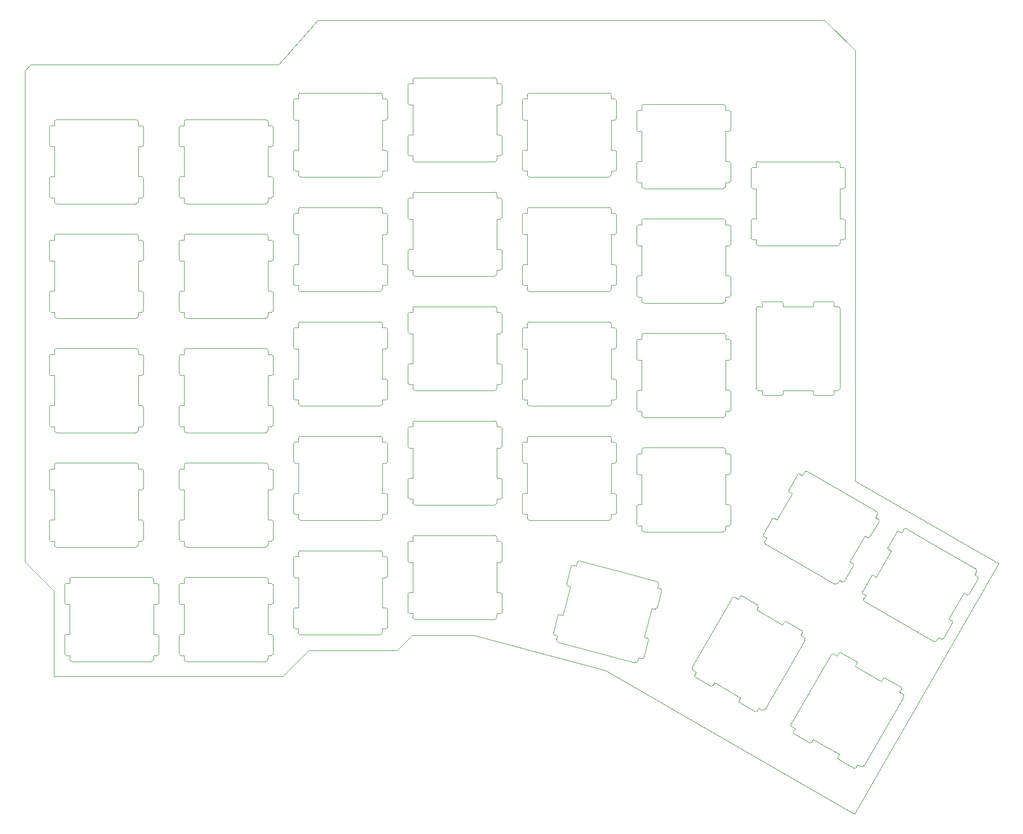
<source format=gm1>
G04 #@! TF.GenerationSoftware,KiCad,Pcbnew,(5.1.5)-3*
G04 #@! TF.CreationDate,2020-05-13T01:52:57+04:00*
G04 #@! TF.ProjectId,redox_rev2_ng-TOP,7265646f-785f-4726-9576-325f6e672d54,2.0 NG*
G04 #@! TF.SameCoordinates,Original*
G04 #@! TF.FileFunction,Profile,NP*
%FSLAX46Y46*%
G04 Gerber Fmt 4.6, Leading zero omitted, Abs format (unit mm)*
G04 Created by KiCad (PCBNEW (5.1.5)-3) date 2020-05-13 01:52:57*
%MOMM*%
%LPD*%
G04 APERTURE LIST*
%ADD10C,0.100000*%
%ADD11C,0.110000*%
G04 APERTURE END LIST*
D10*
X190809234Y-151352177D02*
X191328849Y-151652177D01*
X191028845Y-152171792D02*
X191328849Y-151652177D01*
X209387179Y-146374232D02*
X202787177Y-157805766D01*
X208721151Y-145527823D02*
X209240766Y-145827823D01*
X197262819Y-139374230D02*
G75*
G02X197809232Y-139227821I346411J-200002D01*
G01*
X209240770Y-145827819D02*
G75*
G02X209387179Y-146374232I-200002J-346411D01*
G01*
X197262823Y-139374234D02*
X190662821Y-150805768D01*
X190809230Y-151352181D02*
G75*
G02X190662821Y-150805768I200002J346411D01*
G01*
X198328847Y-139527822D02*
X198628850Y-139008207D01*
X208721151Y-145527823D02*
X209021155Y-145008208D01*
X197809232Y-139227821D02*
X198328847Y-139527822D01*
X194059938Y-153921792D02*
X194359936Y-153402178D01*
X198390066Y-156421795D02*
X198690064Y-155902178D01*
X201721153Y-157652178D02*
X202240768Y-157952179D01*
X202787181Y-157805770D02*
G75*
G02X202240768Y-157952179I-346411J200002D01*
G01*
X201421150Y-158171793D02*
X201721153Y-157652178D01*
X191102052Y-152444999D02*
X193786732Y-153994999D01*
X201359936Y-141277822D02*
X205690064Y-143777822D01*
X208947948Y-144735001D02*
X206263268Y-143185001D01*
X198463269Y-156694995D02*
X201147947Y-158244997D01*
X201659934Y-140758205D02*
X201359936Y-141277822D01*
X205990062Y-143258209D02*
G75*
G02X206263268Y-143185001I173207J-99999D01*
G01*
X191102052Y-152444999D02*
G75*
G02X191028845Y-152171792I100000J173207D01*
G01*
X201586731Y-140485005D02*
X198902053Y-138935003D01*
X208947948Y-144735001D02*
G75*
G02X209021155Y-145008208I-100000J-173207D01*
G01*
X198628849Y-139008207D02*
G75*
G02X198902053Y-138935003I173204J-100000D01*
G01*
X194059938Y-153921791D02*
G75*
G02X193786732Y-153994999I-173207J99999D01*
G01*
X201586732Y-140485003D02*
G75*
G02X201659934Y-140758205I-100000J-173202D01*
G01*
X205990062Y-143258208D02*
X205690064Y-143777822D01*
X194359936Y-153402178D02*
X198690064Y-155902178D01*
X198463268Y-156694997D02*
G75*
G02X198390066Y-156421795I100000J173202D01*
G01*
X201421151Y-158171793D02*
G75*
G02X201147947Y-158244997I-173204J100000D01*
G01*
X207264239Y-160781927D02*
X207783853Y-161081926D01*
X207483856Y-161601545D02*
X207783853Y-161081926D01*
X225842186Y-155803984D02*
X219242184Y-167235519D01*
X225176161Y-154957572D02*
X225695773Y-155257573D01*
X213717829Y-148803978D02*
G75*
G02X214264243Y-148657574I346409J-200005D01*
G01*
X225695775Y-155257575D02*
G75*
G02X225842186Y-155803984I-199999J-346410D01*
G01*
X213717828Y-148803981D02*
X207117831Y-160235518D01*
X207264238Y-160781929D02*
G75*
G02X207117831Y-160235518I200002J346409D01*
G01*
X214783858Y-148957573D02*
X215083855Y-148437955D01*
X225176161Y-154957572D02*
X225476160Y-154437956D01*
X214264243Y-148657574D02*
X214783858Y-148957573D01*
X210514943Y-163351544D02*
X210814946Y-162831926D01*
X214845071Y-165851542D02*
X215145070Y-165331925D01*
X218176159Y-167081928D02*
X218695775Y-167381930D01*
X219242180Y-167235519D02*
G75*
G02X218695775Y-167381930I-346408J199997D01*
G01*
X217876159Y-167601544D02*
X218176159Y-167081928D01*
X207557059Y-161874750D02*
X210241739Y-163424747D01*
X217814945Y-150707570D02*
X222145073Y-153207568D01*
X225402957Y-154164753D02*
X222718275Y-152614751D01*
X214918277Y-166124748D02*
X217602954Y-167674749D01*
X218114944Y-150187955D02*
X217814945Y-150707570D01*
X222445072Y-152687960D02*
G75*
G02X222718275Y-152614751I173206J-99997D01*
G01*
X207557063Y-161874746D02*
G75*
G02X207483856Y-161601545I99997J173204D01*
G01*
X218041738Y-149914750D02*
X215357057Y-148364752D01*
X225402953Y-154164753D02*
G75*
G02X225476160Y-154437956I-99998J-173205D01*
G01*
X215083857Y-148437964D02*
G75*
G02X215357057Y-148364752I173206J-99994D01*
G01*
X210514942Y-163351538D02*
G75*
G02X210241739Y-163424747I-173206J99997D01*
G01*
X218041740Y-149914755D02*
G75*
G02X218114944Y-150187955I-99998J-173202D01*
G01*
X222445070Y-152687959D02*
X222145073Y-153207568D01*
X210814946Y-162831926D02*
X215145070Y-165331925D01*
X214918274Y-166124745D02*
G75*
G02X214845071Y-165851542I100000J173203D01*
G01*
X217876158Y-167601543D02*
G75*
G02X217602954Y-167674749I-173205J99999D01*
G01*
X231362178Y-146375767D02*
X231662178Y-145856151D01*
X232181793Y-146156153D02*
X231662178Y-145856151D01*
X226384233Y-127797822D02*
X237815767Y-134397822D01*
X225537822Y-128463849D02*
X225837822Y-127944233D01*
X219384230Y-139922179D02*
G75*
G02X219237822Y-139375767I200002J346410D01*
G01*
X225837821Y-127944230D02*
G75*
G02X226384233Y-127797822I346410J-200002D01*
G01*
X219384233Y-139922178D02*
X230815767Y-146522178D01*
X231362179Y-146375770D02*
G75*
G02X230815767Y-146522178I-346410J200002D01*
G01*
X219537822Y-138856152D02*
X219018207Y-138556152D01*
X225537822Y-128463849D02*
X225018207Y-128163847D01*
X219237822Y-139375767D02*
X219537822Y-138856152D01*
X233931793Y-143125063D02*
X233412178Y-142825064D01*
X236431793Y-138794936D02*
X235912178Y-138494936D01*
X237662178Y-135463848D02*
X237962178Y-134944233D01*
X237815770Y-134397821D02*
G75*
G02X237962178Y-134944233I-200002J-346410D01*
G01*
X238181793Y-135763848D02*
X237662178Y-135463848D01*
X232454998Y-146082948D02*
X234004998Y-143398268D01*
X221287822Y-135825064D02*
X223787822Y-131494936D01*
X224745002Y-128237052D02*
X223195002Y-130921732D01*
X236704997Y-138721731D02*
X238254998Y-136037052D01*
X220768207Y-135525064D02*
X221287822Y-135825064D01*
X223268208Y-131194936D02*
G75*
G02X223195002Y-130921732I99999J173205D01*
G01*
X232454998Y-146082946D02*
G75*
G02X232181793Y-146156153I-173206J99999D01*
G01*
X220495003Y-135598269D02*
X218945002Y-138282948D01*
X224745002Y-128237054D02*
G75*
G02X225018207Y-128163847I173206J-99999D01*
G01*
X219018209Y-138556153D02*
G75*
G02X218945002Y-138282948I99999J173206D01*
G01*
X233931792Y-143125064D02*
G75*
G02X234004998Y-143398268I-99999J-173205D01*
G01*
X220495002Y-135598267D02*
G75*
G02X220768207Y-135525064I173204J-100001D01*
G01*
X223268207Y-131194937D02*
X223787822Y-131494936D01*
X233412178Y-142825064D02*
X235912178Y-138494936D01*
X236704998Y-138721733D02*
G75*
G02X236431793Y-138794936I-173204J100001D01*
G01*
X238181791Y-135763847D02*
G75*
G02X238254998Y-136037052I-99999J-173206D01*
G01*
X214852178Y-136850767D02*
X215152178Y-136331151D01*
X215671793Y-136631153D02*
X215152178Y-136331151D01*
X209874233Y-118272822D02*
X221305767Y-124872822D01*
X209027822Y-118938849D02*
X209327822Y-118419233D01*
X202874230Y-130397179D02*
G75*
G02X202727822Y-129850767I200002J346410D01*
G01*
X209327821Y-118419230D02*
G75*
G02X209874233Y-118272822I346410J-200002D01*
G01*
X202874233Y-130397178D02*
X214305767Y-136997178D01*
X214852179Y-136850770D02*
G75*
G02X214305767Y-136997178I-346410J200002D01*
G01*
X203027822Y-129331152D02*
X202508207Y-129031152D01*
X209027822Y-118938849D02*
X208508207Y-118638847D01*
X202727822Y-129850767D02*
X203027822Y-129331152D01*
X217421793Y-133600063D02*
X216902178Y-133300064D01*
X219921793Y-129269936D02*
X219402178Y-128969936D01*
X221152178Y-125938848D02*
X221452178Y-125419233D01*
X221305770Y-124872821D02*
G75*
G02X221452178Y-125419233I-200002J-346410D01*
G01*
X221671793Y-126238848D02*
X221152178Y-125938848D01*
X215944998Y-136557948D02*
X217494998Y-133873268D01*
X204777822Y-126300064D02*
X207277822Y-121969936D01*
X208235002Y-118712052D02*
X206685002Y-121396732D01*
X220194997Y-129196731D02*
X221744998Y-126512052D01*
X204258207Y-126000064D02*
X204777822Y-126300064D01*
X206758208Y-121669936D02*
G75*
G02X206685002Y-121396732I99999J173205D01*
G01*
X215944998Y-136557946D02*
G75*
G02X215671793Y-136631153I-173206J99999D01*
G01*
X203985003Y-126073269D02*
X202435002Y-128757948D01*
X208235002Y-118712054D02*
G75*
G02X208508207Y-118638847I173206J-99999D01*
G01*
X202508209Y-129031153D02*
G75*
G02X202435002Y-128757948I99999J173206D01*
G01*
X217421792Y-133600064D02*
G75*
G02X217494998Y-133873268I-99999J-173205D01*
G01*
X203985002Y-126073267D02*
G75*
G02X204258207Y-126000064I173204J-100001D01*
G01*
X206758207Y-121669937D02*
X207277822Y-121969936D01*
X216902178Y-133300064D02*
X219402178Y-128969936D01*
X220194998Y-129196733D02*
G75*
G02X219921793Y-129269936I-173204J100001D01*
G01*
X221671791Y-126238847D02*
G75*
G02X221744998Y-126512052I-99999J-173206D01*
G01*
X201680000Y-104789999D02*
X202280000Y-104789999D01*
X202279998Y-105390001D02*
X202280000Y-104789999D01*
X215280000Y-91189999D02*
X215279999Y-104390000D01*
X214280000Y-90790001D02*
X214880000Y-90790001D01*
X201279999Y-91190000D02*
G75*
G02X201679999Y-90790000I400000J0D01*
G01*
X214880000Y-90789999D02*
G75*
G02X215280000Y-91189999I0J-400000D01*
G01*
X201280001Y-91190000D02*
X201280000Y-104390001D01*
X201680000Y-104790001D02*
G75*
G02X201280000Y-104390001I0J400000D01*
G01*
X202279999Y-90790000D02*
X202280001Y-90189999D01*
X214280000Y-90790001D02*
X214280002Y-90189999D01*
X201679999Y-90790000D02*
X202279999Y-90790000D01*
X205780000Y-105389999D02*
X205780000Y-104790000D01*
X210780002Y-105390001D02*
X210780000Y-104789999D01*
X214280001Y-104790000D02*
X214880001Y-104790000D01*
X215280001Y-104390000D02*
G75*
G02X214880001Y-104790000I-400000J0D01*
G01*
X214279999Y-105390001D02*
X214280001Y-104790000D01*
X202480000Y-105590001D02*
X205580001Y-105590001D01*
X205780000Y-90790001D02*
X210780000Y-90790000D01*
X214080000Y-89989999D02*
X210979999Y-89989999D01*
X210980000Y-105589998D02*
X214079999Y-105590000D01*
X205779998Y-90189999D02*
X205780000Y-90790001D01*
X210779998Y-90190002D02*
G75*
G02X210979999Y-89989999I200002J1D01*
G01*
X202480000Y-105590001D02*
G75*
G02X202279998Y-105390001I-1J200001D01*
G01*
X205580000Y-89990002D02*
X202480001Y-89990000D01*
X214080000Y-89989999D02*
G75*
G02X214280002Y-90189999I1J-200001D01*
G01*
X202280001Y-90189998D02*
G75*
G02X202480001Y-89990000I199999J-1D01*
G01*
X205780002Y-105389998D02*
G75*
G02X205580001Y-105590001I-200002J-1D01*
G01*
X205580000Y-89990001D02*
G75*
G02X205779998Y-90189999I0J-199998D01*
G01*
X210780000Y-90190001D02*
X210780000Y-90790000D01*
X205780000Y-104790000D02*
X210780000Y-104789999D01*
X210980000Y-105589999D02*
G75*
G02X210780002Y-105390001I0J199998D01*
G01*
X214279999Y-105390002D02*
G75*
G02X214079999Y-105590000I-199999J1D01*
G01*
X181583275Y-149791843D02*
X181738566Y-149212287D01*
X182318122Y-149367580D02*
X181738566Y-149212287D01*
X171966623Y-133135314D02*
X184716843Y-136551725D01*
X171321434Y-133997713D02*
X171476725Y-133418157D01*
X168343156Y-146658275D02*
G75*
G02X168060314Y-146168377I103528J386370D01*
G01*
X171476725Y-133418156D02*
G75*
G02X171966623Y-133135314I386370J-103528D01*
G01*
X168343157Y-146658275D02*
X181093377Y-150074686D01*
X181583275Y-149791844D02*
G75*
G02X181093377Y-150074686I-386370J103528D01*
G01*
X168215605Y-145588821D02*
X167636049Y-145433531D01*
X171321434Y-133997713D02*
X170741878Y-133842420D01*
X168060314Y-146168377D02*
X168215605Y-145588821D01*
X183223988Y-145986839D02*
X182644433Y-145831548D01*
X184518084Y-141157210D02*
X183938529Y-141001918D01*
X184844395Y-137621179D02*
X184999686Y-137041623D01*
X184716844Y-136551725D02*
G75*
G02X184999686Y-137041623I-103528J-386370D01*
G01*
X185423951Y-137776469D02*
X184844395Y-137621179D01*
X182563071Y-149226159D02*
X183365410Y-146231788D01*
X169121471Y-142208082D02*
X170415567Y-137378452D01*
X170496929Y-133983841D02*
X169694590Y-136978212D01*
X184763032Y-141015789D02*
X185565372Y-138021419D01*
X168541916Y-142052790D02*
X169121471Y-142208082D01*
X169836011Y-137223161D02*
G75*
G02X169694590Y-136978212I51764J193185D01*
G01*
X182563071Y-149226157D02*
G75*
G02X182318122Y-149367580I-193186J51763D01*
G01*
X168296968Y-142194211D02*
X167494628Y-145188581D01*
X170496929Y-133983843D02*
G75*
G02X170741878Y-133842420I193186J-51763D01*
G01*
X167636050Y-145433531D02*
G75*
G02X167494628Y-145188581I51764J193186D01*
G01*
X183223989Y-145986839D02*
G75*
G02X183365410Y-146231788I-51764J-193185D01*
G01*
X168296967Y-142194211D02*
G75*
G02X168541916Y-142052790I193185J-51764D01*
G01*
X169836012Y-137223161D02*
X170415567Y-137378452D01*
X182644433Y-145831548D02*
X183938529Y-141001918D01*
X184763033Y-141015789D02*
G75*
G02X184518084Y-141157210I-193185J51764D01*
G01*
X185423950Y-137776469D02*
G75*
G02X185565372Y-138021419I-51764J-193186D01*
G01*
X201280000Y-76160000D02*
X201280000Y-71160000D01*
X215880000Y-67660000D02*
X215280000Y-67660000D01*
X200680000Y-76160000D02*
X201280000Y-76160000D01*
X201680000Y-80660000D02*
X214880000Y-80660000D01*
X215280000Y-67660000D02*
X215280000Y-67060000D01*
X201280000Y-79660000D02*
X200680000Y-79660000D01*
X216080000Y-70960000D02*
G75*
G02X215880000Y-71160000I-200000J0D01*
G01*
X200480000Y-76360000D02*
X200480000Y-79460000D01*
X215280000Y-80260000D02*
X215280000Y-79660000D01*
X216080000Y-79460000D02*
X216080000Y-76360000D01*
X215880000Y-71160000D02*
X215280000Y-71160000D01*
X201280000Y-67060000D02*
G75*
G02X201680000Y-66660000I400000J0D01*
G01*
X200680000Y-71160000D02*
G75*
G02X200480000Y-70960000I0J200000D01*
G01*
X215280000Y-80260000D02*
G75*
G02X214880000Y-80660000I-400000J0D01*
G01*
X201280000Y-67660000D02*
X200680000Y-67660000D01*
X215880000Y-67660000D02*
G75*
G02X216080000Y-67860000I0J-200000D01*
G01*
X215280000Y-76160000D02*
X215280000Y-71160000D01*
X201680000Y-80660000D02*
G75*
G02X201280000Y-80260000I0J400000D01*
G01*
X215880000Y-76160000D02*
G75*
G02X216080000Y-76360000I0J-200000D01*
G01*
X200680000Y-79660000D02*
G75*
G02X200480000Y-79460000I0J200000D01*
G01*
X201280000Y-80260000D02*
X201280000Y-79660000D01*
X200480000Y-67860000D02*
X200480000Y-70960000D01*
X200480000Y-67860000D02*
G75*
G02X200680000Y-67660000I200000J0D01*
G01*
X216080000Y-79460000D02*
G75*
G02X215880000Y-79660000I-200000J0D01*
G01*
X216080000Y-70960000D02*
X216080000Y-67860000D01*
X215880000Y-76160000D02*
X215280000Y-76160000D01*
X201680000Y-66660000D02*
X214880000Y-66660000D01*
X214880000Y-66660000D02*
G75*
G02X215280000Y-67060000I0J-400000D01*
G01*
X215880000Y-79660000D02*
X215280000Y-79660000D01*
X201280000Y-67660000D02*
X201280000Y-67060000D01*
X200680000Y-71160000D02*
X201280000Y-71160000D01*
X200480000Y-76360000D02*
G75*
G02X200680000Y-76160000I200000J0D01*
G01*
X181630000Y-118785000D02*
X182230000Y-118785000D01*
X181430000Y-115485000D02*
G75*
G02X181630000Y-115285000I200000J0D01*
G01*
X197030000Y-127085000D02*
G75*
G02X196830000Y-127285000I-200000J0D01*
G01*
X181430000Y-115485000D02*
X181430000Y-118585000D01*
X196230000Y-127885000D02*
X196230000Y-127285000D01*
X181430000Y-123985000D02*
G75*
G02X181630000Y-123785000I200000J0D01*
G01*
X182630000Y-128285000D02*
G75*
G02X182230000Y-127885000I0J400000D01*
G01*
X197030000Y-127085000D02*
X197030000Y-123985000D01*
X182230000Y-127285000D02*
X181630000Y-127285000D01*
X196830000Y-127285000D02*
X196230000Y-127285000D01*
X197030000Y-118585000D02*
G75*
G02X196830000Y-118785000I-200000J0D01*
G01*
X182230000Y-123785000D02*
X182230000Y-118785000D01*
X196230000Y-115285000D02*
X196230000Y-114685000D01*
X196830000Y-118785000D02*
X196230000Y-118785000D01*
X182230000Y-114685000D02*
G75*
G02X182630000Y-114285000I400000J0D01*
G01*
X182230000Y-115285000D02*
X181630000Y-115285000D01*
X196230000Y-127885000D02*
G75*
G02X195830000Y-128285000I-400000J0D01*
G01*
X181630000Y-123785000D02*
X182230000Y-123785000D01*
X196830000Y-123785000D02*
X196230000Y-123785000D01*
X182230000Y-115285000D02*
X182230000Y-114685000D01*
X196830000Y-123785000D02*
G75*
G02X197030000Y-123985000I0J-200000D01*
G01*
X182630000Y-128285000D02*
X195830000Y-128285000D01*
X196230000Y-123785000D02*
X196230000Y-118785000D01*
X182630000Y-114285000D02*
X195830000Y-114285000D01*
X181630000Y-127285000D02*
G75*
G02X181430000Y-127085000I0J200000D01*
G01*
X197030000Y-118585000D02*
X197030000Y-115485000D01*
X195830000Y-114285000D02*
G75*
G02X196230000Y-114685000I0J-400000D01*
G01*
X181630000Y-118785000D02*
G75*
G02X181430000Y-118585000I0J200000D01*
G01*
X181430000Y-123985000D02*
X181430000Y-127085000D01*
X196830000Y-115285000D02*
X196230000Y-115285000D01*
X182230000Y-127885000D02*
X182230000Y-127285000D01*
X196830000Y-115285000D02*
G75*
G02X197030000Y-115485000I0J-200000D01*
G01*
X182630000Y-109235000D02*
G75*
G02X182230000Y-108835000I0J400000D01*
G01*
X182630000Y-95235000D02*
X195830000Y-95235000D01*
X181430000Y-96435000D02*
X181430000Y-99535000D01*
X196830000Y-108235000D02*
X196230000Y-108235000D01*
X181630000Y-108235000D02*
G75*
G02X181430000Y-108035000I0J200000D01*
G01*
X196230000Y-104735000D02*
X196230000Y-99735000D01*
X181430000Y-96435000D02*
G75*
G02X181630000Y-96235000I200000J0D01*
G01*
X197030000Y-99535000D02*
X197030000Y-96435000D01*
X195830000Y-95235000D02*
G75*
G02X196230000Y-95635000I0J-400000D01*
G01*
X181630000Y-99735000D02*
G75*
G02X181430000Y-99535000I0J200000D01*
G01*
X182230000Y-108235000D02*
X181630000Y-108235000D01*
X197030000Y-99535000D02*
G75*
G02X196830000Y-99735000I-200000J0D01*
G01*
X182230000Y-104735000D02*
X182230000Y-99735000D01*
X197030000Y-108035000D02*
X197030000Y-104935000D01*
X182230000Y-108835000D02*
X182230000Y-108235000D01*
X196230000Y-96235000D02*
X196230000Y-95635000D01*
X182630000Y-109235000D02*
X195830000Y-109235000D01*
X196830000Y-104735000D02*
X196230000Y-104735000D01*
X182230000Y-96235000D02*
X182230000Y-95635000D01*
X196230000Y-108835000D02*
X196230000Y-108235000D01*
X182230000Y-95635000D02*
G75*
G02X182630000Y-95235000I400000J0D01*
G01*
X181630000Y-99735000D02*
X182230000Y-99735000D01*
X181430000Y-104935000D02*
X181430000Y-108035000D01*
X196830000Y-96235000D02*
X196230000Y-96235000D01*
X196830000Y-104735000D02*
G75*
G02X197030000Y-104935000I0J-200000D01*
G01*
X196830000Y-99735000D02*
X196230000Y-99735000D01*
X182230000Y-96235000D02*
X181630000Y-96235000D01*
X196230000Y-108835000D02*
G75*
G02X195830000Y-109235000I-400000J0D01*
G01*
X181630000Y-104735000D02*
X182230000Y-104735000D01*
X197030000Y-108035000D02*
G75*
G02X196830000Y-108235000I-200000J0D01*
G01*
X181430000Y-104935000D02*
G75*
G02X181630000Y-104735000I200000J0D01*
G01*
X196830000Y-96235000D02*
G75*
G02X197030000Y-96435000I0J-200000D01*
G01*
X182630000Y-90185000D02*
G75*
G02X182230000Y-89785000I0J400000D01*
G01*
X181430000Y-77385000D02*
X181430000Y-80485000D01*
X196230000Y-77185000D02*
X196230000Y-76585000D01*
X196830000Y-89185000D02*
X196230000Y-89185000D01*
X182230000Y-76585000D02*
G75*
G02X182630000Y-76185000I400000J0D01*
G01*
X181630000Y-80685000D02*
X182230000Y-80685000D01*
X181430000Y-85885000D02*
X181430000Y-88985000D01*
X197030000Y-80485000D02*
G75*
G02X196830000Y-80685000I-200000J0D01*
G01*
X181630000Y-89185000D02*
G75*
G02X181430000Y-88985000I0J200000D01*
G01*
X196830000Y-80685000D02*
X196230000Y-80685000D01*
X196230000Y-85685000D02*
X196230000Y-80685000D01*
X181430000Y-77385000D02*
G75*
G02X181630000Y-77185000I200000J0D01*
G01*
X197030000Y-80485000D02*
X197030000Y-77385000D01*
X182630000Y-76185000D02*
X195830000Y-76185000D01*
X182230000Y-85685000D02*
X182230000Y-80685000D01*
X182230000Y-77185000D02*
X181630000Y-77185000D01*
X197030000Y-88985000D02*
G75*
G02X196830000Y-89185000I-200000J0D01*
G01*
X182230000Y-77185000D02*
X182230000Y-76585000D01*
X181430000Y-85885000D02*
G75*
G02X181630000Y-85685000I200000J0D01*
G01*
X181630000Y-80685000D02*
G75*
G02X181430000Y-80485000I0J200000D01*
G01*
X182630000Y-90185000D02*
X195830000Y-90185000D01*
X195830000Y-76185000D02*
G75*
G02X196230000Y-76585000I0J-400000D01*
G01*
X196830000Y-77185000D02*
X196230000Y-77185000D01*
X196230000Y-89785000D02*
G75*
G02X195830000Y-90185000I-400000J0D01*
G01*
X196830000Y-85685000D02*
G75*
G02X197030000Y-85885000I0J-200000D01*
G01*
X196830000Y-77185000D02*
G75*
G02X197030000Y-77385000I0J-200000D01*
G01*
X197030000Y-88985000D02*
X197030000Y-85885000D01*
X182230000Y-89785000D02*
X182230000Y-89185000D01*
X196230000Y-89785000D02*
X196230000Y-89185000D01*
X196830000Y-85685000D02*
X196230000Y-85685000D01*
X182230000Y-89185000D02*
X181630000Y-89185000D01*
X181630000Y-85685000D02*
X182230000Y-85685000D01*
X182230000Y-58135000D02*
X182230000Y-57535000D01*
X181430000Y-66835000D02*
X181430000Y-69935000D01*
X182630000Y-71135000D02*
G75*
G02X182230000Y-70735000I0J400000D01*
G01*
X182230000Y-57535000D02*
G75*
G02X182630000Y-57135000I400000J0D01*
G01*
X181630000Y-61635000D02*
G75*
G02X181430000Y-61435000I0J200000D01*
G01*
X196830000Y-61635000D02*
X196230000Y-61635000D01*
X182230000Y-58135000D02*
X181630000Y-58135000D01*
X182630000Y-57135000D02*
X195830000Y-57135000D01*
X197030000Y-61435000D02*
X197030000Y-58335000D01*
X181430000Y-58335000D02*
G75*
G02X181630000Y-58135000I200000J0D01*
G01*
X181430000Y-66835000D02*
G75*
G02X181630000Y-66635000I200000J0D01*
G01*
X181430000Y-58335000D02*
X181430000Y-61435000D01*
X181630000Y-70135000D02*
G75*
G02X181430000Y-69935000I0J200000D01*
G01*
X195830000Y-57135000D02*
G75*
G02X196230000Y-57535000I0J-400000D01*
G01*
X182630000Y-71135000D02*
X195830000Y-71135000D01*
X196230000Y-66635000D02*
X196230000Y-61635000D01*
X196230000Y-70735000D02*
G75*
G02X195830000Y-71135000I-400000J0D01*
G01*
X182230000Y-66635000D02*
X182230000Y-61635000D01*
X181630000Y-61635000D02*
X182230000Y-61635000D01*
X196230000Y-58135000D02*
X196230000Y-57535000D01*
X197030000Y-69935000D02*
G75*
G02X196830000Y-70135000I-200000J0D01*
G01*
X197030000Y-61435000D02*
G75*
G02X196830000Y-61635000I-200000J0D01*
G01*
X196830000Y-58135000D02*
X196230000Y-58135000D01*
X196830000Y-70135000D02*
X196230000Y-70135000D01*
X196830000Y-66635000D02*
G75*
G02X197030000Y-66835000I0J-200000D01*
G01*
X182230000Y-70735000D02*
X182230000Y-70135000D01*
X196230000Y-70735000D02*
X196230000Y-70135000D01*
X196830000Y-66635000D02*
X196230000Y-66635000D01*
X196830000Y-58135000D02*
G75*
G02X197030000Y-58335000I0J-200000D01*
G01*
X182230000Y-70135000D02*
X181630000Y-70135000D01*
X181630000Y-66635000D02*
X182230000Y-66635000D01*
X197030000Y-69935000D02*
X197030000Y-66835000D01*
X163180000Y-125980000D02*
X163180000Y-125380000D01*
X177180000Y-125980000D02*
X177180000Y-125380000D01*
X162580000Y-125380000D02*
G75*
G02X162380000Y-125180000I0J200000D01*
G01*
X177780000Y-125380000D02*
X177180000Y-125380000D01*
X177980000Y-116680000D02*
G75*
G02X177780000Y-116880000I-200000J0D01*
G01*
X177180000Y-113380000D02*
X177180000Y-112780000D01*
X163580000Y-126380000D02*
X176780000Y-126380000D01*
X176780000Y-112380000D02*
G75*
G02X177180000Y-112780000I0J-400000D01*
G01*
X177780000Y-116880000D02*
X177180000Y-116880000D01*
X177780000Y-113380000D02*
X177180000Y-113380000D01*
X177180000Y-121880000D02*
X177180000Y-116880000D01*
X177780000Y-113380000D02*
G75*
G02X177980000Y-113580000I0J-200000D01*
G01*
X162380000Y-113580000D02*
G75*
G02X162580000Y-113380000I200000J0D01*
G01*
X177980000Y-125180000D02*
G75*
G02X177780000Y-125380000I-200000J0D01*
G01*
X163580000Y-112380000D02*
X176780000Y-112380000D01*
X163180000Y-121880000D02*
X163180000Y-116880000D01*
X177780000Y-121880000D02*
G75*
G02X177980000Y-122080000I0J-200000D01*
G01*
X163180000Y-125380000D02*
X162580000Y-125380000D01*
X162380000Y-113580000D02*
X162380000Y-116680000D01*
X162580000Y-116880000D02*
G75*
G02X162380000Y-116680000I0J200000D01*
G01*
X163180000Y-112780000D02*
G75*
G02X163580000Y-112380000I400000J0D01*
G01*
X162580000Y-121880000D02*
X163180000Y-121880000D01*
X162580000Y-116880000D02*
X163180000Y-116880000D01*
X177980000Y-116680000D02*
X177980000Y-113580000D01*
X162380000Y-122080000D02*
G75*
G02X162580000Y-121880000I200000J0D01*
G01*
X177980000Y-125180000D02*
X177980000Y-122080000D01*
X163180000Y-113380000D02*
X162580000Y-113380000D01*
X162380000Y-122080000D02*
X162380000Y-125180000D01*
X177180000Y-125980000D02*
G75*
G02X176780000Y-126380000I-400000J0D01*
G01*
X163180000Y-113380000D02*
X163180000Y-112780000D01*
X163580000Y-126380000D02*
G75*
G02X163180000Y-125980000I0J400000D01*
G01*
X177780000Y-121880000D02*
X177180000Y-121880000D01*
X177780000Y-106330000D02*
X177180000Y-106330000D01*
X177980000Y-97630000D02*
G75*
G02X177780000Y-97830000I-200000J0D01*
G01*
X177180000Y-94330000D02*
X177180000Y-93730000D01*
X177780000Y-97830000D02*
X177180000Y-97830000D01*
X177780000Y-94330000D02*
X177180000Y-94330000D01*
X177980000Y-106130000D02*
G75*
G02X177780000Y-106330000I-200000J0D01*
G01*
X177980000Y-106130000D02*
X177980000Y-103030000D01*
X162580000Y-102830000D02*
X163180000Y-102830000D01*
X163580000Y-107330000D02*
X176780000Y-107330000D01*
X163180000Y-94330000D02*
X162580000Y-94330000D01*
X162380000Y-94530000D02*
G75*
G02X162580000Y-94330000I200000J0D01*
G01*
X162380000Y-103030000D02*
X162380000Y-106130000D01*
X162580000Y-97830000D02*
X163180000Y-97830000D01*
X163180000Y-93730000D02*
G75*
G02X163580000Y-93330000I400000J0D01*
G01*
X163180000Y-94330000D02*
X163180000Y-93730000D01*
X162380000Y-94530000D02*
X162380000Y-97630000D01*
X163580000Y-93330000D02*
X176780000Y-93330000D01*
X177980000Y-97630000D02*
X177980000Y-94530000D01*
X177180000Y-106930000D02*
G75*
G02X176780000Y-107330000I-400000J0D01*
G01*
X162380000Y-103030000D02*
G75*
G02X162580000Y-102830000I200000J0D01*
G01*
X163180000Y-106930000D02*
X163180000Y-106330000D01*
X163180000Y-102830000D02*
X163180000Y-97830000D01*
X163180000Y-106330000D02*
X162580000Y-106330000D01*
X163580000Y-107330000D02*
G75*
G02X163180000Y-106930000I0J400000D01*
G01*
X177780000Y-102830000D02*
G75*
G02X177980000Y-103030000I0J-200000D01*
G01*
X162580000Y-97830000D02*
G75*
G02X162380000Y-97630000I0J200000D01*
G01*
X177180000Y-106930000D02*
X177180000Y-106330000D01*
X177780000Y-102830000D02*
X177180000Y-102830000D01*
X176780000Y-93330000D02*
G75*
G02X177180000Y-93730000I0J-400000D01*
G01*
X177180000Y-102830000D02*
X177180000Y-97830000D01*
X177780000Y-94330000D02*
G75*
G02X177980000Y-94530000I0J-200000D01*
G01*
X162580000Y-106330000D02*
G75*
G02X162380000Y-106130000I0J200000D01*
G01*
X162380000Y-75480000D02*
G75*
G02X162580000Y-75280000I200000J0D01*
G01*
X162580000Y-78780000D02*
G75*
G02X162380000Y-78580000I0J200000D01*
G01*
X162380000Y-83980000D02*
X162380000Y-87080000D01*
X163580000Y-88280000D02*
G75*
G02X163180000Y-87880000I0J400000D01*
G01*
X163580000Y-88280000D02*
X176780000Y-88280000D01*
X177180000Y-83780000D02*
X177180000Y-78780000D01*
X163180000Y-75280000D02*
X162580000Y-75280000D01*
X162380000Y-75480000D02*
X162380000Y-78580000D01*
X163180000Y-83780000D02*
X163180000Y-78780000D01*
X163180000Y-74680000D02*
G75*
G02X163580000Y-74280000I400000J0D01*
G01*
X163580000Y-74280000D02*
X176780000Y-74280000D01*
X177980000Y-78580000D02*
X177980000Y-75480000D01*
X162580000Y-78780000D02*
X163180000Y-78780000D01*
X177180000Y-87880000D02*
G75*
G02X176780000Y-88280000I-400000J0D01*
G01*
X177180000Y-87880000D02*
X177180000Y-87280000D01*
X163180000Y-75280000D02*
X163180000Y-74680000D01*
X162380000Y-83980000D02*
G75*
G02X162580000Y-83780000I200000J0D01*
G01*
X162580000Y-87280000D02*
G75*
G02X162380000Y-87080000I0J200000D01*
G01*
X177780000Y-83780000D02*
G75*
G02X177980000Y-83980000I0J-200000D01*
G01*
X176780000Y-74280000D02*
G75*
G02X177180000Y-74680000I0J-400000D01*
G01*
X177780000Y-83780000D02*
X177180000Y-83780000D01*
X177780000Y-75280000D02*
G75*
G02X177980000Y-75480000I0J-200000D01*
G01*
X163180000Y-87280000D02*
X162580000Y-87280000D01*
X163180000Y-87880000D02*
X163180000Y-87280000D01*
X177780000Y-87280000D02*
X177180000Y-87280000D01*
X177980000Y-78580000D02*
G75*
G02X177780000Y-78780000I-200000J0D01*
G01*
X177180000Y-75280000D02*
X177180000Y-74680000D01*
X177780000Y-78780000D02*
X177180000Y-78780000D01*
X177780000Y-75280000D02*
X177180000Y-75280000D01*
X177980000Y-87080000D02*
G75*
G02X177780000Y-87280000I-200000J0D01*
G01*
X177980000Y-87080000D02*
X177980000Y-83980000D01*
X162580000Y-83780000D02*
X163180000Y-83780000D01*
X162380000Y-56430000D02*
G75*
G02X162580000Y-56230000I200000J0D01*
G01*
X162580000Y-59730000D02*
G75*
G02X162380000Y-59530000I0J200000D01*
G01*
X162380000Y-64930000D02*
X162380000Y-68030000D01*
X163580000Y-69230000D02*
G75*
G02X163180000Y-68830000I0J400000D01*
G01*
X163580000Y-69230000D02*
X176780000Y-69230000D01*
X177180000Y-64730000D02*
X177180000Y-59730000D01*
X163180000Y-56230000D02*
X162580000Y-56230000D01*
X162380000Y-56430000D02*
X162380000Y-59530000D01*
X163180000Y-64730000D02*
X163180000Y-59730000D01*
X163180000Y-55630000D02*
G75*
G02X163580000Y-55230000I400000J0D01*
G01*
X163580000Y-55230000D02*
X176780000Y-55230000D01*
X177980000Y-59530000D02*
X177980000Y-56430000D01*
X162580000Y-59730000D02*
X163180000Y-59730000D01*
X177180000Y-68830000D02*
G75*
G02X176780000Y-69230000I-400000J0D01*
G01*
X177180000Y-68830000D02*
X177180000Y-68230000D01*
X163180000Y-56230000D02*
X163180000Y-55630000D01*
X162380000Y-64930000D02*
G75*
G02X162580000Y-64730000I200000J0D01*
G01*
X162580000Y-68230000D02*
G75*
G02X162380000Y-68030000I0J200000D01*
G01*
X177780000Y-64730000D02*
G75*
G02X177980000Y-64930000I0J-200000D01*
G01*
X176780000Y-55230000D02*
G75*
G02X177180000Y-55630000I0J-400000D01*
G01*
X177780000Y-64730000D02*
X177180000Y-64730000D01*
X177780000Y-56230000D02*
G75*
G02X177980000Y-56430000I0J-200000D01*
G01*
X163180000Y-68230000D02*
X162580000Y-68230000D01*
X163180000Y-68830000D02*
X163180000Y-68230000D01*
X177780000Y-68230000D02*
X177180000Y-68230000D01*
X177980000Y-59530000D02*
G75*
G02X177780000Y-59730000I-200000J0D01*
G01*
X177180000Y-56230000D02*
X177180000Y-55630000D01*
X177780000Y-59730000D02*
X177180000Y-59730000D01*
X177780000Y-56230000D02*
X177180000Y-56230000D01*
X177980000Y-68030000D02*
G75*
G02X177780000Y-68230000I-200000J0D01*
G01*
X177980000Y-68030000D02*
X177980000Y-64930000D01*
X162580000Y-64730000D02*
X163180000Y-64730000D01*
X144530000Y-142890000D02*
X157730000Y-142890000D01*
X158130000Y-138390000D02*
X158130000Y-133390000D01*
X143330000Y-138590000D02*
X143330000Y-141690000D01*
X143530000Y-133390000D02*
G75*
G02X143330000Y-133190000I0J200000D01*
G01*
X143330000Y-130090000D02*
G75*
G02X143530000Y-129890000I200000J0D01*
G01*
X144130000Y-129890000D02*
X143530000Y-129890000D01*
X144530000Y-142890000D02*
G75*
G02X144130000Y-142490000I0J400000D01*
G01*
X143530000Y-138390000D02*
X144130000Y-138390000D01*
X158930000Y-141690000D02*
G75*
G02X158730000Y-141890000I-200000J0D01*
G01*
X143330000Y-130090000D02*
X143330000Y-133190000D01*
X144130000Y-138390000D02*
X144130000Y-133390000D01*
X144130000Y-129290000D02*
G75*
G02X144530000Y-128890000I400000J0D01*
G01*
X144530000Y-128890000D02*
X157730000Y-128890000D01*
X158930000Y-133190000D02*
X158930000Y-130090000D01*
X143530000Y-133390000D02*
X144130000Y-133390000D01*
X158130000Y-142490000D02*
X158130000Y-141890000D01*
X144130000Y-129890000D02*
X144130000Y-129290000D01*
X143330000Y-138590000D02*
G75*
G02X143530000Y-138390000I200000J0D01*
G01*
X158730000Y-138390000D02*
G75*
G02X158930000Y-138590000I0J-200000D01*
G01*
X158930000Y-141690000D02*
X158930000Y-138590000D01*
X158730000Y-138390000D02*
X158130000Y-138390000D01*
X158730000Y-129890000D02*
G75*
G02X158930000Y-130090000I0J-200000D01*
G01*
X158130000Y-142490000D02*
G75*
G02X157730000Y-142890000I-400000J0D01*
G01*
X157730000Y-128890000D02*
G75*
G02X158130000Y-129290000I0J-400000D01*
G01*
X144130000Y-141890000D02*
X143530000Y-141890000D01*
X144130000Y-142490000D02*
X144130000Y-141890000D01*
X158730000Y-141890000D02*
X158130000Y-141890000D01*
X143530000Y-141890000D02*
G75*
G02X143330000Y-141690000I0J200000D01*
G01*
X158930000Y-133190000D02*
G75*
G02X158730000Y-133390000I-200000J0D01*
G01*
X158130000Y-129890000D02*
X158130000Y-129290000D01*
X158730000Y-133390000D02*
X158130000Y-133390000D01*
X158730000Y-129890000D02*
X158130000Y-129890000D01*
X144530000Y-123840000D02*
X157730000Y-123840000D01*
X158130000Y-119340000D02*
X158130000Y-114340000D01*
X143330000Y-119540000D02*
X143330000Y-122640000D01*
X143530000Y-114340000D02*
G75*
G02X143330000Y-114140000I0J200000D01*
G01*
X143330000Y-111040000D02*
G75*
G02X143530000Y-110840000I200000J0D01*
G01*
X144130000Y-110840000D02*
X143530000Y-110840000D01*
X144530000Y-123840000D02*
G75*
G02X144130000Y-123440000I0J400000D01*
G01*
X143530000Y-119340000D02*
X144130000Y-119340000D01*
X158930000Y-122640000D02*
G75*
G02X158730000Y-122840000I-200000J0D01*
G01*
X143330000Y-111040000D02*
X143330000Y-114140000D01*
X144130000Y-119340000D02*
X144130000Y-114340000D01*
X144130000Y-110240000D02*
G75*
G02X144530000Y-109840000I400000J0D01*
G01*
X144530000Y-109840000D02*
X157730000Y-109840000D01*
X158930000Y-114140000D02*
X158930000Y-111040000D01*
X143530000Y-114340000D02*
X144130000Y-114340000D01*
X158130000Y-123440000D02*
X158130000Y-122840000D01*
X144130000Y-110840000D02*
X144130000Y-110240000D01*
X143330000Y-119540000D02*
G75*
G02X143530000Y-119340000I200000J0D01*
G01*
X158730000Y-119340000D02*
G75*
G02X158930000Y-119540000I0J-200000D01*
G01*
X158930000Y-122640000D02*
X158930000Y-119540000D01*
X158730000Y-119340000D02*
X158130000Y-119340000D01*
X158730000Y-110840000D02*
G75*
G02X158930000Y-111040000I0J-200000D01*
G01*
X158130000Y-123440000D02*
G75*
G02X157730000Y-123840000I-400000J0D01*
G01*
X157730000Y-109840000D02*
G75*
G02X158130000Y-110240000I0J-400000D01*
G01*
X144130000Y-122840000D02*
X143530000Y-122840000D01*
X144130000Y-123440000D02*
X144130000Y-122840000D01*
X158730000Y-122840000D02*
X158130000Y-122840000D01*
X143530000Y-122840000D02*
G75*
G02X143330000Y-122640000I0J200000D01*
G01*
X158930000Y-114140000D02*
G75*
G02X158730000Y-114340000I-200000J0D01*
G01*
X158130000Y-110840000D02*
X158130000Y-110240000D01*
X158730000Y-114340000D02*
X158130000Y-114340000D01*
X158730000Y-110840000D02*
X158130000Y-110840000D01*
X144530000Y-104790000D02*
X157730000Y-104790000D01*
X158130000Y-100290000D02*
X158130000Y-95290000D01*
X143530000Y-95290000D02*
G75*
G02X143330000Y-95090000I0J200000D01*
G01*
X143330000Y-91990000D02*
G75*
G02X143530000Y-91790000I200000J0D01*
G01*
X143530000Y-100290000D02*
X144130000Y-100290000D01*
X158930000Y-103590000D02*
G75*
G02X158730000Y-103790000I-200000J0D01*
G01*
X143330000Y-100490000D02*
X143330000Y-103590000D01*
X143330000Y-91990000D02*
X143330000Y-95090000D01*
X143330000Y-100490000D02*
G75*
G02X143530000Y-100290000I200000J0D01*
G01*
X158730000Y-100290000D02*
G75*
G02X158930000Y-100490000I0J-200000D01*
G01*
X158930000Y-103590000D02*
X158930000Y-100490000D01*
X144130000Y-91790000D02*
X144130000Y-91190000D01*
X158130000Y-104390000D02*
G75*
G02X157730000Y-104790000I-400000J0D01*
G01*
X157730000Y-90790000D02*
G75*
G02X158130000Y-91190000I0J-400000D01*
G01*
X144130000Y-91190000D02*
G75*
G02X144530000Y-90790000I400000J0D01*
G01*
X144130000Y-103790000D02*
X143530000Y-103790000D01*
X144530000Y-104790000D02*
G75*
G02X144130000Y-104390000I0J400000D01*
G01*
X144530000Y-90790000D02*
X157730000Y-90790000D01*
X158930000Y-95090000D02*
X158930000Y-91990000D01*
X144130000Y-91790000D02*
X143530000Y-91790000D01*
X143530000Y-95290000D02*
X144130000Y-95290000D01*
X158730000Y-103790000D02*
X158130000Y-103790000D01*
X144130000Y-100290000D02*
X144130000Y-95290000D01*
X158130000Y-104390000D02*
X158130000Y-103790000D01*
X143530000Y-103790000D02*
G75*
G02X143330000Y-103590000I0J200000D01*
G01*
X158730000Y-100290000D02*
X158130000Y-100290000D01*
X158730000Y-91790000D02*
G75*
G02X158930000Y-91990000I0J-200000D01*
G01*
X158930000Y-95090000D02*
G75*
G02X158730000Y-95290000I-200000J0D01*
G01*
X158130000Y-91790000D02*
X158130000Y-91190000D01*
X158730000Y-95290000D02*
X158130000Y-95290000D01*
X158730000Y-91790000D02*
X158130000Y-91790000D01*
X144130000Y-104390000D02*
X144130000Y-103790000D01*
X157730000Y-71740000D02*
G75*
G02X158130000Y-72140000I0J-400000D01*
G01*
X158130000Y-85340000D02*
G75*
G02X157730000Y-85740000I-400000J0D01*
G01*
X144130000Y-72740000D02*
X143530000Y-72740000D01*
X144130000Y-81240000D02*
X144130000Y-76240000D01*
X144130000Y-72140000D02*
G75*
G02X144530000Y-71740000I400000J0D01*
G01*
X143530000Y-84740000D02*
G75*
G02X143330000Y-84540000I0J200000D01*
G01*
X143330000Y-81440000D02*
X143330000Y-84540000D01*
X144130000Y-84740000D02*
X143530000Y-84740000D01*
X143530000Y-76240000D02*
X144130000Y-76240000D01*
X158130000Y-81240000D02*
X158130000Y-76240000D01*
X143330000Y-81440000D02*
G75*
G02X143530000Y-81240000I200000J0D01*
G01*
X143530000Y-81240000D02*
X144130000Y-81240000D01*
X158130000Y-85340000D02*
X158130000Y-84740000D01*
X144530000Y-85740000D02*
X157730000Y-85740000D01*
X144530000Y-85740000D02*
G75*
G02X144130000Y-85340000I0J400000D01*
G01*
X144530000Y-71740000D02*
X157730000Y-71740000D01*
X158730000Y-81240000D02*
G75*
G02X158930000Y-81440000I0J-200000D01*
G01*
X158930000Y-84540000D02*
G75*
G02X158730000Y-84740000I-200000J0D01*
G01*
X143330000Y-72940000D02*
G75*
G02X143530000Y-72740000I200000J0D01*
G01*
X158930000Y-76040000D02*
X158930000Y-72940000D01*
X143330000Y-72940000D02*
X143330000Y-76040000D01*
X144130000Y-72740000D02*
X144130000Y-72140000D01*
X158730000Y-84740000D02*
X158130000Y-84740000D01*
X143530000Y-76240000D02*
G75*
G02X143330000Y-76040000I0J200000D01*
G01*
X158930000Y-84540000D02*
X158930000Y-81440000D01*
X158730000Y-81240000D02*
X158130000Y-81240000D01*
X158930000Y-76040000D02*
G75*
G02X158730000Y-76240000I-200000J0D01*
G01*
X158130000Y-72740000D02*
X158130000Y-72140000D01*
X158730000Y-72740000D02*
G75*
G02X158930000Y-72940000I0J-200000D01*
G01*
X158730000Y-76240000D02*
X158130000Y-76240000D01*
X158730000Y-72740000D02*
X158130000Y-72740000D01*
X144130000Y-85340000D02*
X144130000Y-84740000D01*
X143530000Y-65690000D02*
G75*
G02X143330000Y-65490000I0J200000D01*
G01*
X158130000Y-66290000D02*
X158130000Y-65690000D01*
X144530000Y-66690000D02*
X157730000Y-66690000D01*
X144130000Y-53090000D02*
G75*
G02X144530000Y-52690000I400000J0D01*
G01*
X144530000Y-66690000D02*
G75*
G02X144130000Y-66290000I0J400000D01*
G01*
X143330000Y-53890000D02*
G75*
G02X143530000Y-53690000I200000J0D01*
G01*
X143330000Y-53890000D02*
X143330000Y-56990000D01*
X143530000Y-62190000D02*
X144130000Y-62190000D01*
X144130000Y-53690000D02*
X144130000Y-53090000D01*
X144530000Y-52690000D02*
X157730000Y-52690000D01*
X158730000Y-62190000D02*
X158130000Y-62190000D01*
X144130000Y-65690000D02*
X143530000Y-65690000D01*
X158130000Y-62190000D02*
X158130000Y-57190000D01*
X158930000Y-56990000D02*
G75*
G02X158730000Y-57190000I-200000J0D01*
G01*
X143330000Y-62390000D02*
G75*
G02X143530000Y-62190000I200000J0D01*
G01*
X158730000Y-57190000D02*
X158130000Y-57190000D01*
X158730000Y-53690000D02*
X158130000Y-53690000D01*
X158730000Y-65690000D02*
X158130000Y-65690000D01*
X143530000Y-57190000D02*
G75*
G02X143330000Y-56990000I0J200000D01*
G01*
X144130000Y-66290000D02*
X144130000Y-65690000D01*
X143530000Y-57190000D02*
X144130000Y-57190000D01*
X158930000Y-56990000D02*
X158930000Y-53890000D01*
X157730000Y-52690000D02*
G75*
G02X158130000Y-53090000I0J-400000D01*
G01*
X158130000Y-66290000D02*
G75*
G02X157730000Y-66690000I-400000J0D01*
G01*
X144130000Y-53690000D02*
X143530000Y-53690000D01*
X158730000Y-62190000D02*
G75*
G02X158930000Y-62390000I0J-200000D01*
G01*
X158130000Y-53690000D02*
X158130000Y-53090000D01*
X158730000Y-53690000D02*
G75*
G02X158930000Y-53890000I0J-200000D01*
G01*
X158930000Y-65490000D02*
X158930000Y-62390000D01*
X158930000Y-65490000D02*
G75*
G02X158730000Y-65690000I-200000J0D01*
G01*
X144130000Y-62190000D02*
X144130000Y-57190000D01*
X143330000Y-62390000D02*
X143330000Y-65490000D01*
X124480000Y-140930000D02*
X125080000Y-140930000D01*
X139080000Y-140930000D02*
X139080000Y-135930000D01*
X124480000Y-144430000D02*
G75*
G02X124280000Y-144230000I0J200000D01*
G01*
X125080000Y-144430000D02*
X124480000Y-144430000D01*
X125080000Y-131830000D02*
G75*
G02X125480000Y-131430000I400000J0D01*
G01*
X139080000Y-145030000D02*
X139080000Y-144430000D01*
X125480000Y-145430000D02*
X138680000Y-145430000D01*
X125480000Y-131430000D02*
X138680000Y-131430000D01*
X124280000Y-141130000D02*
G75*
G02X124480000Y-140930000I200000J0D01*
G01*
X139680000Y-135930000D02*
X139080000Y-135930000D01*
X139880000Y-135730000D02*
G75*
G02X139680000Y-135930000I-200000J0D01*
G01*
X139680000Y-140930000D02*
X139080000Y-140930000D01*
X125480000Y-145430000D02*
G75*
G02X125080000Y-145030000I0J400000D01*
G01*
X125080000Y-132430000D02*
X125080000Y-131830000D01*
X124280000Y-132630000D02*
G75*
G02X124480000Y-132430000I200000J0D01*
G01*
X139680000Y-132430000D02*
X139080000Y-132430000D01*
X124280000Y-132630000D02*
X124280000Y-135730000D01*
X139880000Y-135730000D02*
X139880000Y-132630000D01*
X138680000Y-131430000D02*
G75*
G02X139080000Y-131830000I0J-400000D01*
G01*
X139680000Y-144430000D02*
X139080000Y-144430000D01*
X139080000Y-145030000D02*
G75*
G02X138680000Y-145430000I-400000J0D01*
G01*
X125080000Y-132430000D02*
X124480000Y-132430000D01*
X139680000Y-140930000D02*
G75*
G02X139880000Y-141130000I0J-200000D01*
G01*
X139080000Y-132430000D02*
X139080000Y-131830000D01*
X139680000Y-132430000D02*
G75*
G02X139880000Y-132630000I0J-200000D01*
G01*
X124480000Y-135930000D02*
G75*
G02X124280000Y-135730000I0J200000D01*
G01*
X139880000Y-144230000D02*
X139880000Y-141130000D01*
X139880000Y-144230000D02*
G75*
G02X139680000Y-144430000I-200000J0D01*
G01*
X124280000Y-141130000D02*
X124280000Y-144230000D01*
X124480000Y-135930000D02*
X125080000Y-135930000D01*
X125080000Y-140930000D02*
X125080000Y-135930000D01*
X125080000Y-145030000D02*
X125080000Y-144430000D01*
X139880000Y-116680000D02*
X139880000Y-113580000D01*
X138680000Y-112380000D02*
G75*
G02X139080000Y-112780000I0J-400000D01*
G01*
X125080000Y-113380000D02*
X125080000Y-112780000D01*
X125080000Y-121880000D02*
X125080000Y-116880000D01*
X125480000Y-126380000D02*
X138680000Y-126380000D01*
X125480000Y-112380000D02*
X138680000Y-112380000D01*
X139680000Y-121880000D02*
X139080000Y-121880000D01*
X139080000Y-121880000D02*
X139080000Y-116880000D01*
X124480000Y-121880000D02*
X125080000Y-121880000D01*
X139680000Y-125380000D02*
X139080000Y-125380000D01*
X139080000Y-125980000D02*
G75*
G02X138680000Y-126380000I-400000J0D01*
G01*
X125080000Y-113380000D02*
X124480000Y-113380000D01*
X124280000Y-113580000D02*
X124280000Y-116680000D01*
X124480000Y-125380000D02*
G75*
G02X124280000Y-125180000I0J200000D01*
G01*
X124280000Y-122080000D02*
G75*
G02X124480000Y-121880000I200000J0D01*
G01*
X139680000Y-121880000D02*
G75*
G02X139880000Y-122080000I0J-200000D01*
G01*
X125080000Y-125380000D02*
X124480000Y-125380000D01*
X124280000Y-122080000D02*
X124280000Y-125180000D01*
X125080000Y-112780000D02*
G75*
G02X125480000Y-112380000I400000J0D01*
G01*
X124280000Y-113580000D02*
G75*
G02X124480000Y-113380000I200000J0D01*
G01*
X139080000Y-113380000D02*
X139080000Y-112780000D01*
X139680000Y-113380000D02*
G75*
G02X139880000Y-113580000I0J-200000D01*
G01*
X124480000Y-116880000D02*
X125080000Y-116880000D01*
X139880000Y-125180000D02*
X139880000Y-122080000D01*
X139880000Y-125180000D02*
G75*
G02X139680000Y-125380000I-200000J0D01*
G01*
X125480000Y-126380000D02*
G75*
G02X125080000Y-125980000I0J400000D01*
G01*
X139680000Y-113380000D02*
X139080000Y-113380000D01*
X125080000Y-125980000D02*
X125080000Y-125380000D01*
X124480000Y-116880000D02*
G75*
G02X124280000Y-116680000I0J200000D01*
G01*
X139680000Y-116880000D02*
X139080000Y-116880000D01*
X139080000Y-125980000D02*
X139080000Y-125380000D01*
X139880000Y-116680000D02*
G75*
G02X139680000Y-116880000I-200000J0D01*
G01*
X139880000Y-106130000D02*
G75*
G02X139680000Y-106330000I-200000J0D01*
G01*
X125080000Y-106930000D02*
X125080000Y-106330000D01*
X125480000Y-107330000D02*
G75*
G02X125080000Y-106930000I0J400000D01*
G01*
X139080000Y-106930000D02*
X139080000Y-106330000D01*
X124480000Y-97830000D02*
G75*
G02X124280000Y-97630000I0J200000D01*
G01*
X139880000Y-97630000D02*
G75*
G02X139680000Y-97830000I-200000J0D01*
G01*
X139680000Y-94330000D02*
X139080000Y-94330000D01*
X139880000Y-106130000D02*
X139880000Y-103030000D01*
X139680000Y-94330000D02*
G75*
G02X139880000Y-94530000I0J-200000D01*
G01*
X139680000Y-97830000D02*
X139080000Y-97830000D01*
X124480000Y-97830000D02*
X125080000Y-97830000D01*
X125480000Y-107330000D02*
X138680000Y-107330000D01*
X139880000Y-97630000D02*
X139880000Y-94530000D01*
X125080000Y-94330000D02*
X125080000Y-93730000D01*
X125080000Y-102830000D02*
X125080000Y-97830000D01*
X138680000Y-93330000D02*
G75*
G02X139080000Y-93730000I0J-400000D01*
G01*
X139080000Y-106930000D02*
G75*
G02X138680000Y-107330000I-400000J0D01*
G01*
X125080000Y-94330000D02*
X124480000Y-94330000D01*
X124280000Y-94530000D02*
X124280000Y-97630000D01*
X124480000Y-106330000D02*
G75*
G02X124280000Y-106130000I0J200000D01*
G01*
X124280000Y-103030000D02*
G75*
G02X124480000Y-102830000I200000J0D01*
G01*
X125480000Y-93330000D02*
X138680000Y-93330000D01*
X124280000Y-103030000D02*
X124280000Y-106130000D01*
X125080000Y-93730000D02*
G75*
G02X125480000Y-93330000I400000J0D01*
G01*
X125080000Y-106330000D02*
X124480000Y-106330000D01*
X124280000Y-94530000D02*
G75*
G02X124480000Y-94330000I200000J0D01*
G01*
X139680000Y-106330000D02*
X139080000Y-106330000D01*
X139080000Y-94330000D02*
X139080000Y-93730000D01*
X124480000Y-102830000D02*
X125080000Y-102830000D01*
X139680000Y-102830000D02*
G75*
G02X139880000Y-103030000I0J-200000D01*
G01*
X139680000Y-102830000D02*
X139080000Y-102830000D01*
X139080000Y-102830000D02*
X139080000Y-97830000D01*
X124280000Y-83980000D02*
X124280000Y-87080000D01*
X124480000Y-87280000D02*
G75*
G02X124280000Y-87080000I0J200000D01*
G01*
X125080000Y-87880000D02*
X125080000Y-87280000D01*
X139880000Y-87080000D02*
X139880000Y-83980000D01*
X139080000Y-87880000D02*
X139080000Y-87280000D01*
X125080000Y-74680000D02*
G75*
G02X125480000Y-74280000I400000J0D01*
G01*
X124480000Y-83780000D02*
X125080000Y-83780000D01*
X139880000Y-78580000D02*
G75*
G02X139680000Y-78780000I-200000J0D01*
G01*
X124280000Y-83980000D02*
G75*
G02X124480000Y-83780000I200000J0D01*
G01*
X138680000Y-74280000D02*
G75*
G02X139080000Y-74680000I0J-400000D01*
G01*
X125480000Y-88280000D02*
G75*
G02X125080000Y-87880000I0J400000D01*
G01*
X139680000Y-87280000D02*
X139080000Y-87280000D01*
X139680000Y-83780000D02*
G75*
G02X139880000Y-83980000I0J-200000D01*
G01*
X139080000Y-75280000D02*
X139080000Y-74680000D01*
X125080000Y-83780000D02*
X125080000Y-78780000D01*
X124280000Y-75480000D02*
X124280000Y-78580000D01*
X139680000Y-83780000D02*
X139080000Y-83780000D01*
X125080000Y-87280000D02*
X124480000Y-87280000D01*
X139680000Y-75280000D02*
G75*
G02X139880000Y-75480000I0J-200000D01*
G01*
X125480000Y-74280000D02*
X138680000Y-74280000D01*
X139680000Y-75280000D02*
X139080000Y-75280000D01*
X124480000Y-78780000D02*
X125080000Y-78780000D01*
X125480000Y-88280000D02*
X138680000Y-88280000D01*
X124480000Y-78780000D02*
G75*
G02X124280000Y-78580000I0J200000D01*
G01*
X139880000Y-78580000D02*
X139880000Y-75480000D01*
X124280000Y-75480000D02*
G75*
G02X124480000Y-75280000I200000J0D01*
G01*
X139680000Y-78780000D02*
X139080000Y-78780000D01*
X125080000Y-75280000D02*
X125080000Y-74680000D01*
X139080000Y-83780000D02*
X139080000Y-78780000D01*
X139880000Y-87080000D02*
G75*
G02X139680000Y-87280000I-200000J0D01*
G01*
X139080000Y-87880000D02*
G75*
G02X138680000Y-88280000I-400000J0D01*
G01*
X125080000Y-75280000D02*
X124480000Y-75280000D01*
X124480000Y-64730000D02*
X125080000Y-64730000D01*
X124480000Y-68230000D02*
G75*
G02X124280000Y-68030000I0J200000D01*
G01*
X125080000Y-68830000D02*
X125080000Y-68230000D01*
X139880000Y-59530000D02*
G75*
G02X139680000Y-59730000I-200000J0D01*
G01*
X125080000Y-55630000D02*
G75*
G02X125480000Y-55230000I400000J0D01*
G01*
X124280000Y-64930000D02*
X124280000Y-68030000D01*
X139880000Y-68030000D02*
X139880000Y-64930000D01*
X139080000Y-68830000D02*
X139080000Y-68230000D01*
X124280000Y-64930000D02*
G75*
G02X124480000Y-64730000I200000J0D01*
G01*
X138680000Y-55230000D02*
G75*
G02X139080000Y-55630000I0J-400000D01*
G01*
X125080000Y-56230000D02*
X124480000Y-56230000D01*
X125080000Y-68230000D02*
X124480000Y-68230000D01*
X125480000Y-55230000D02*
X138680000Y-55230000D01*
X139680000Y-68230000D02*
X139080000Y-68230000D01*
X139680000Y-56230000D02*
G75*
G02X139880000Y-56430000I0J-200000D01*
G01*
X124480000Y-59730000D02*
X125080000Y-59730000D01*
X125480000Y-69230000D02*
X138680000Y-69230000D01*
X124480000Y-59730000D02*
G75*
G02X124280000Y-59530000I0J200000D01*
G01*
X139880000Y-59530000D02*
X139880000Y-56430000D01*
X139080000Y-56230000D02*
X139080000Y-55630000D01*
X124280000Y-56430000D02*
G75*
G02X124480000Y-56230000I200000J0D01*
G01*
X139080000Y-64730000D02*
X139080000Y-59730000D01*
X139680000Y-59730000D02*
X139080000Y-59730000D01*
X139880000Y-68030000D02*
G75*
G02X139680000Y-68230000I-200000J0D01*
G01*
X139680000Y-64730000D02*
X139080000Y-64730000D01*
X124280000Y-56430000D02*
X124280000Y-59530000D01*
X139680000Y-64730000D02*
G75*
G02X139880000Y-64930000I0J-200000D01*
G01*
X125080000Y-56230000D02*
X125080000Y-55630000D01*
X139680000Y-56230000D02*
X139080000Y-56230000D01*
X125080000Y-64730000D02*
X125080000Y-59730000D01*
X139080000Y-68830000D02*
G75*
G02X138680000Y-69230000I-400000J0D01*
G01*
X125480000Y-69230000D02*
G75*
G02X125080000Y-68830000I0J400000D01*
G01*
X120630000Y-136875000D02*
X120030000Y-136875000D01*
X105430000Y-145375000D02*
X106030000Y-145375000D01*
X120830000Y-148675000D02*
X120830000Y-145575000D01*
X120630000Y-136875000D02*
G75*
G02X120830000Y-137075000I0J-200000D01*
G01*
X120830000Y-140175000D02*
X120830000Y-137075000D01*
X106030000Y-136875000D02*
X105430000Y-136875000D01*
X120030000Y-136875000D02*
X120030000Y-136275000D01*
X105230000Y-137075000D02*
G75*
G02X105430000Y-136875000I200000J0D01*
G01*
X105430000Y-140375000D02*
G75*
G02X105230000Y-140175000I0J200000D01*
G01*
X120030000Y-145375000D02*
X120030000Y-140375000D01*
X105230000Y-145575000D02*
X105230000Y-148675000D01*
X105230000Y-137075000D02*
X105230000Y-140175000D01*
X106030000Y-136875000D02*
X106030000Y-136275000D01*
X120830000Y-140175000D02*
G75*
G02X120630000Y-140375000I-200000J0D01*
G01*
X120030000Y-149475000D02*
G75*
G02X119630000Y-149875000I-400000J0D01*
G01*
X119630000Y-135875000D02*
G75*
G02X120030000Y-136275000I0J-400000D01*
G01*
X120830000Y-148675000D02*
G75*
G02X120630000Y-148875000I-200000J0D01*
G01*
X120030000Y-149475000D02*
X120030000Y-148875000D01*
X106030000Y-145375000D02*
X106030000Y-140375000D01*
X106430000Y-149875000D02*
G75*
G02X106030000Y-149475000I0J400000D01*
G01*
X120630000Y-140375000D02*
X120030000Y-140375000D01*
X120630000Y-148875000D02*
X120030000Y-148875000D01*
X120630000Y-145375000D02*
X120030000Y-145375000D01*
X120630000Y-145375000D02*
G75*
G02X120830000Y-145575000I0J-200000D01*
G01*
X106430000Y-149875000D02*
X119630000Y-149875000D01*
X105430000Y-148875000D02*
G75*
G02X105230000Y-148675000I0J200000D01*
G01*
X106030000Y-136275000D02*
G75*
G02X106430000Y-135875000I400000J0D01*
G01*
X106030000Y-149475000D02*
X106030000Y-148875000D01*
X106030000Y-148875000D02*
X105430000Y-148875000D01*
X105230000Y-145575000D02*
G75*
G02X105430000Y-145375000I200000J0D01*
G01*
X105430000Y-140375000D02*
X106030000Y-140375000D01*
X106430000Y-135875000D02*
X119630000Y-135875000D01*
X120630000Y-98775000D02*
X120030000Y-98775000D01*
X105430000Y-107275000D02*
X106030000Y-107275000D01*
X120830000Y-110575000D02*
X120830000Y-107475000D01*
X120830000Y-110575000D02*
G75*
G02X120630000Y-110775000I-200000J0D01*
G01*
X120030000Y-111375000D02*
X120030000Y-110775000D01*
X106030000Y-107275000D02*
X106030000Y-102275000D01*
X106430000Y-111775000D02*
G75*
G02X106030000Y-111375000I0J400000D01*
G01*
X106030000Y-98775000D02*
X105430000Y-98775000D01*
X120630000Y-102275000D02*
X120030000Y-102275000D01*
X120630000Y-107275000D02*
X120030000Y-107275000D01*
X120630000Y-107275000D02*
G75*
G02X120830000Y-107475000I0J-200000D01*
G01*
X106030000Y-98775000D02*
X106030000Y-98175000D01*
X120830000Y-102075000D02*
G75*
G02X120630000Y-102275000I-200000J0D01*
G01*
X120630000Y-110775000D02*
X120030000Y-110775000D01*
X106030000Y-98175000D02*
G75*
G02X106430000Y-97775000I400000J0D01*
G01*
X119630000Y-97775000D02*
G75*
G02X120030000Y-98175000I0J-400000D01*
G01*
X106030000Y-111375000D02*
X106030000Y-110775000D01*
X105230000Y-98975000D02*
X105230000Y-102075000D01*
X105430000Y-102275000D02*
G75*
G02X105230000Y-102075000I0J200000D01*
G01*
X120630000Y-98775000D02*
G75*
G02X120830000Y-98975000I0J-200000D01*
G01*
X105230000Y-98975000D02*
G75*
G02X105430000Y-98775000I200000J0D01*
G01*
X106030000Y-110775000D02*
X105430000Y-110775000D01*
X106430000Y-111775000D02*
X119630000Y-111775000D01*
X105230000Y-107475000D02*
G75*
G02X105430000Y-107275000I200000J0D01*
G01*
X120030000Y-111375000D02*
G75*
G02X119630000Y-111775000I-400000J0D01*
G01*
X120830000Y-102075000D02*
X120830000Y-98975000D01*
X120030000Y-98775000D02*
X120030000Y-98175000D01*
X105430000Y-102275000D02*
X106030000Y-102275000D01*
X106430000Y-97775000D02*
X119630000Y-97775000D01*
X120030000Y-107275000D02*
X120030000Y-102275000D01*
X105430000Y-110775000D02*
G75*
G02X105230000Y-110575000I0J200000D01*
G01*
X105230000Y-107475000D02*
X105230000Y-110575000D01*
X106030000Y-79725000D02*
X105430000Y-79725000D01*
X106030000Y-79725000D02*
X106030000Y-79125000D01*
X105230000Y-79925000D02*
G75*
G02X105430000Y-79725000I200000J0D01*
G01*
X106030000Y-79125000D02*
G75*
G02X106430000Y-78725000I400000J0D01*
G01*
X120630000Y-91725000D02*
X120030000Y-91725000D01*
X120830000Y-83025000D02*
G75*
G02X120630000Y-83225000I-200000J0D01*
G01*
X105230000Y-88425000D02*
G75*
G02X105430000Y-88225000I200000J0D01*
G01*
X120630000Y-88225000D02*
X120030000Y-88225000D01*
X120830000Y-83025000D02*
X120830000Y-79925000D01*
X106030000Y-92325000D02*
X106030000Y-91725000D01*
X106030000Y-91725000D02*
X105430000Y-91725000D01*
X120630000Y-88225000D02*
G75*
G02X120830000Y-88425000I0J-200000D01*
G01*
X105230000Y-79925000D02*
X105230000Y-83025000D01*
X105430000Y-83225000D02*
G75*
G02X105230000Y-83025000I0J200000D01*
G01*
X120830000Y-91525000D02*
X120830000Y-88425000D01*
X120030000Y-92325000D02*
G75*
G02X119630000Y-92725000I-400000J0D01*
G01*
X106030000Y-88225000D02*
X106030000Y-83225000D01*
X119630000Y-78725000D02*
G75*
G02X120030000Y-79125000I0J-400000D01*
G01*
X120630000Y-83225000D02*
X120030000Y-83225000D01*
X120630000Y-79725000D02*
G75*
G02X120830000Y-79925000I0J-200000D01*
G01*
X120030000Y-92325000D02*
X120030000Y-91725000D01*
X105430000Y-88225000D02*
X106030000Y-88225000D01*
X120630000Y-79725000D02*
X120030000Y-79725000D01*
X120830000Y-91525000D02*
G75*
G02X120630000Y-91725000I-200000J0D01*
G01*
X106430000Y-92725000D02*
X119630000Y-92725000D01*
X106430000Y-92725000D02*
G75*
G02X106030000Y-92325000I0J400000D01*
G01*
X105430000Y-83225000D02*
X106030000Y-83225000D01*
X120030000Y-88225000D02*
X120030000Y-83225000D01*
X106430000Y-78725000D02*
X119630000Y-78725000D01*
X120030000Y-79725000D02*
X120030000Y-79125000D01*
X105430000Y-91725000D02*
G75*
G02X105230000Y-91525000I0J200000D01*
G01*
X105230000Y-88425000D02*
X105230000Y-91525000D01*
X120830000Y-121125000D02*
G75*
G02X120630000Y-121325000I-200000J0D01*
G01*
X106030000Y-117825000D02*
X105430000Y-117825000D01*
X120830000Y-121125000D02*
X120830000Y-118025000D01*
X106430000Y-116825000D02*
X119630000Y-116825000D01*
X106030000Y-130425000D02*
X106030000Y-129825000D01*
X105230000Y-118025000D02*
X105230000Y-121125000D01*
X105430000Y-121325000D02*
G75*
G02X105230000Y-121125000I0J200000D01*
G01*
X106030000Y-117225000D02*
G75*
G02X106430000Y-116825000I400000J0D01*
G01*
X105430000Y-129825000D02*
G75*
G02X105230000Y-129625000I0J200000D01*
G01*
X105230000Y-118025000D02*
G75*
G02X105430000Y-117825000I200000J0D01*
G01*
X120630000Y-129825000D02*
X120030000Y-129825000D01*
X120830000Y-129625000D02*
X120830000Y-126525000D01*
X106030000Y-126325000D02*
X106030000Y-121325000D01*
X120830000Y-129625000D02*
G75*
G02X120630000Y-129825000I-200000J0D01*
G01*
X119630000Y-116825000D02*
G75*
G02X120030000Y-117225000I0J-400000D01*
G01*
X105230000Y-126525000D02*
G75*
G02X105430000Y-126325000I200000J0D01*
G01*
X105430000Y-126325000D02*
X106030000Y-126325000D01*
X120630000Y-121325000D02*
X120030000Y-121325000D01*
X120630000Y-117825000D02*
X120030000Y-117825000D01*
X120630000Y-117825000D02*
G75*
G02X120830000Y-118025000I0J-200000D01*
G01*
X106030000Y-129825000D02*
X105430000Y-129825000D01*
X120030000Y-117825000D02*
X120030000Y-117225000D01*
X105430000Y-121325000D02*
X106030000Y-121325000D01*
X106430000Y-130825000D02*
X119630000Y-130825000D01*
X120630000Y-126325000D02*
X120030000Y-126325000D01*
X120030000Y-126325000D02*
X120030000Y-121325000D01*
X106430000Y-130825000D02*
G75*
G02X106030000Y-130425000I0J400000D01*
G01*
X105230000Y-126525000D02*
X105230000Y-129625000D01*
X106030000Y-117825000D02*
X106030000Y-117225000D01*
X120030000Y-130425000D02*
X120030000Y-129825000D01*
X120030000Y-130425000D02*
G75*
G02X119630000Y-130825000I-400000J0D01*
G01*
X120630000Y-126325000D02*
G75*
G02X120830000Y-126525000I0J-200000D01*
G01*
X83640000Y-126525000D02*
G75*
G02X83840000Y-126325000I200000J0D01*
G01*
X83840000Y-121325000D02*
X84440000Y-121325000D01*
X99040000Y-117825000D02*
G75*
G02X99240000Y-118025000I0J-200000D01*
G01*
X84440000Y-129825000D02*
X83840000Y-129825000D01*
X84840000Y-116825000D02*
X98040000Y-116825000D01*
X99040000Y-129825000D02*
X98440000Y-129825000D01*
X99040000Y-117825000D02*
X98440000Y-117825000D01*
X83840000Y-121325000D02*
G75*
G02X83640000Y-121125000I0J200000D01*
G01*
X84440000Y-126325000D02*
X84440000Y-121325000D01*
X99040000Y-121325000D02*
X98440000Y-121325000D01*
X83840000Y-126325000D02*
X84440000Y-126325000D01*
X99240000Y-129625000D02*
X99240000Y-126525000D01*
X84440000Y-117225000D02*
G75*
G02X84840000Y-116825000I400000J0D01*
G01*
X83640000Y-118025000D02*
X83640000Y-121125000D01*
X99240000Y-121125000D02*
X99240000Y-118025000D01*
X84440000Y-130425000D02*
X84440000Y-129825000D01*
X84840000Y-130825000D02*
X98040000Y-130825000D01*
X99240000Y-121125000D02*
G75*
G02X99040000Y-121325000I-200000J0D01*
G01*
X83840000Y-129825000D02*
G75*
G02X83640000Y-129625000I0J200000D01*
G01*
X83640000Y-118025000D02*
G75*
G02X83840000Y-117825000I200000J0D01*
G01*
X98040000Y-116825000D02*
G75*
G02X98440000Y-117225000I0J-400000D01*
G01*
X98440000Y-117825000D02*
X98440000Y-117225000D01*
X99240000Y-129625000D02*
G75*
G02X99040000Y-129825000I-200000J0D01*
G01*
X84440000Y-117825000D02*
X83840000Y-117825000D01*
X99040000Y-126325000D02*
G75*
G02X99240000Y-126525000I0J-200000D01*
G01*
X98440000Y-126325000D02*
X98440000Y-121325000D01*
X84840000Y-130825000D02*
G75*
G02X84440000Y-130425000I0J400000D01*
G01*
X83640000Y-126525000D02*
X83640000Y-129625000D01*
X98440000Y-130425000D02*
X98440000Y-129825000D01*
X84440000Y-117825000D02*
X84440000Y-117225000D01*
X98440000Y-130425000D02*
G75*
G02X98040000Y-130825000I-400000J0D01*
G01*
X99040000Y-126325000D02*
X98440000Y-126325000D01*
X99040000Y-102275000D02*
X98440000Y-102275000D01*
X98440000Y-98775000D02*
X98440000Y-98175000D01*
X99240000Y-110575000D02*
G75*
G02X99040000Y-110775000I-200000J0D01*
G01*
X84440000Y-110775000D02*
X83840000Y-110775000D01*
X84440000Y-111375000D02*
X84440000Y-110775000D01*
X84840000Y-97775000D02*
X98040000Y-97775000D01*
X84840000Y-111775000D02*
X98040000Y-111775000D01*
X84440000Y-98775000D02*
X83840000Y-98775000D01*
X99240000Y-102075000D02*
G75*
G02X99040000Y-102275000I-200000J0D01*
G01*
X99040000Y-98775000D02*
G75*
G02X99240000Y-98975000I0J-200000D01*
G01*
X83840000Y-110775000D02*
G75*
G02X83640000Y-110575000I0J200000D01*
G01*
X83840000Y-102275000D02*
X84440000Y-102275000D01*
X99040000Y-107275000D02*
G75*
G02X99240000Y-107475000I0J-200000D01*
G01*
X83640000Y-107475000D02*
X83640000Y-110575000D01*
X98440000Y-107275000D02*
X98440000Y-102275000D01*
X83640000Y-98975000D02*
G75*
G02X83840000Y-98775000I200000J0D01*
G01*
X99040000Y-110775000D02*
X98440000Y-110775000D01*
X84840000Y-111775000D02*
G75*
G02X84440000Y-111375000I0J400000D01*
G01*
X83640000Y-107475000D02*
G75*
G02X83840000Y-107275000I200000J0D01*
G01*
X84440000Y-98775000D02*
X84440000Y-98175000D01*
X99040000Y-98775000D02*
X98440000Y-98775000D01*
X83840000Y-102275000D02*
G75*
G02X83640000Y-102075000I0J200000D01*
G01*
X99240000Y-110575000D02*
X99240000Y-107475000D01*
X99040000Y-107275000D02*
X98440000Y-107275000D01*
X84440000Y-98175000D02*
G75*
G02X84840000Y-97775000I400000J0D01*
G01*
X83840000Y-107275000D02*
X84440000Y-107275000D01*
X99240000Y-102075000D02*
X99240000Y-98975000D01*
X83640000Y-98975000D02*
X83640000Y-102075000D01*
X98040000Y-97775000D02*
G75*
G02X98440000Y-98175000I0J-400000D01*
G01*
X98440000Y-111375000D02*
G75*
G02X98040000Y-111775000I-400000J0D01*
G01*
X84440000Y-107275000D02*
X84440000Y-102275000D01*
X98440000Y-111375000D02*
X98440000Y-110775000D01*
X101580000Y-140375000D02*
X100980000Y-140375000D01*
X100980000Y-136875000D02*
X100980000Y-136275000D01*
X101780000Y-148675000D02*
G75*
G02X101580000Y-148875000I-200000J0D01*
G01*
X86980000Y-148875000D02*
X86380000Y-148875000D01*
X86980000Y-149475000D02*
X86980000Y-148875000D01*
X87380000Y-135875000D02*
X100580000Y-135875000D01*
X87380000Y-149875000D02*
X100580000Y-149875000D01*
X86980000Y-136875000D02*
X86380000Y-136875000D01*
X101780000Y-140175000D02*
G75*
G02X101580000Y-140375000I-200000J0D01*
G01*
X101580000Y-136875000D02*
G75*
G02X101780000Y-137075000I0J-200000D01*
G01*
X86380000Y-148875000D02*
G75*
G02X86180000Y-148675000I0J200000D01*
G01*
X86380000Y-140375000D02*
X86980000Y-140375000D01*
X101580000Y-145375000D02*
G75*
G02X101780000Y-145575000I0J-200000D01*
G01*
X86180000Y-145575000D02*
X86180000Y-148675000D01*
X100980000Y-145375000D02*
X100980000Y-140375000D01*
X86180000Y-137075000D02*
G75*
G02X86380000Y-136875000I200000J0D01*
G01*
X101580000Y-148875000D02*
X100980000Y-148875000D01*
X87380000Y-149875000D02*
G75*
G02X86980000Y-149475000I0J400000D01*
G01*
X86180000Y-145575000D02*
G75*
G02X86380000Y-145375000I200000J0D01*
G01*
X86980000Y-136875000D02*
X86980000Y-136275000D01*
X101580000Y-136875000D02*
X100980000Y-136875000D01*
X86380000Y-140375000D02*
G75*
G02X86180000Y-140175000I0J200000D01*
G01*
X101780000Y-148675000D02*
X101780000Y-145575000D01*
X101580000Y-145375000D02*
X100980000Y-145375000D01*
X86980000Y-136275000D02*
G75*
G02X87380000Y-135875000I400000J0D01*
G01*
X86380000Y-145375000D02*
X86980000Y-145375000D01*
X101780000Y-140175000D02*
X101780000Y-137075000D01*
X86180000Y-137075000D02*
X86180000Y-140175000D01*
X100580000Y-135875000D02*
G75*
G02X100980000Y-136275000I0J-400000D01*
G01*
X100980000Y-149475000D02*
G75*
G02X100580000Y-149875000I-400000J0D01*
G01*
X86980000Y-145375000D02*
X86980000Y-140375000D01*
X100980000Y-149475000D02*
X100980000Y-148875000D01*
X84840000Y-92725000D02*
X98040000Y-92725000D01*
X83840000Y-83225000D02*
X84440000Y-83225000D01*
X84440000Y-79725000D02*
X83840000Y-79725000D01*
X83640000Y-88425000D02*
G75*
G02X83840000Y-88225000I200000J0D01*
G01*
X99240000Y-91525000D02*
G75*
G02X99040000Y-91725000I-200000J0D01*
G01*
X98440000Y-92325000D02*
G75*
G02X98040000Y-92725000I-400000J0D01*
G01*
X84440000Y-79125000D02*
G75*
G02X84840000Y-78725000I400000J0D01*
G01*
X83640000Y-79925000D02*
G75*
G02X83840000Y-79725000I200000J0D01*
G01*
X99040000Y-79725000D02*
X98440000Y-79725000D01*
X99040000Y-88225000D02*
G75*
G02X99240000Y-88425000I0J-200000D01*
G01*
X99240000Y-83025000D02*
X99240000Y-79925000D01*
X84840000Y-92725000D02*
G75*
G02X84440000Y-92325000I0J400000D01*
G01*
X98040000Y-78725000D02*
G75*
G02X98440000Y-79125000I0J-400000D01*
G01*
X99240000Y-91525000D02*
X99240000Y-88425000D01*
X84440000Y-88225000D02*
X84440000Y-83225000D01*
X84840000Y-78725000D02*
X98040000Y-78725000D01*
X98440000Y-92325000D02*
X98440000Y-91725000D01*
X98440000Y-88225000D02*
X98440000Y-83225000D01*
X99040000Y-83225000D02*
X98440000Y-83225000D01*
X99240000Y-83025000D02*
G75*
G02X99040000Y-83225000I-200000J0D01*
G01*
X83640000Y-79925000D02*
X83640000Y-83025000D01*
X99040000Y-79725000D02*
G75*
G02X99240000Y-79925000I0J-200000D01*
G01*
X83840000Y-88225000D02*
X84440000Y-88225000D01*
X83840000Y-83225000D02*
G75*
G02X83640000Y-83025000I0J200000D01*
G01*
X99040000Y-88225000D02*
X98440000Y-88225000D01*
X99040000Y-91725000D02*
X98440000Y-91725000D01*
X84440000Y-79725000D02*
X84440000Y-79125000D01*
X84440000Y-91725000D02*
X83840000Y-91725000D01*
X98440000Y-79725000D02*
X98440000Y-79125000D01*
X84440000Y-92325000D02*
X84440000Y-91725000D01*
X83840000Y-91725000D02*
G75*
G02X83640000Y-91525000I0J200000D01*
G01*
X83640000Y-88425000D02*
X83640000Y-91525000D01*
X84440000Y-60075000D02*
G75*
G02X84840000Y-59675000I400000J0D01*
G01*
X84440000Y-60675000D02*
X83840000Y-60675000D01*
X98440000Y-73275000D02*
G75*
G02X98040000Y-73675000I-400000J0D01*
G01*
X99040000Y-60675000D02*
X98440000Y-60675000D01*
X84840000Y-73675000D02*
X98040000Y-73675000D01*
X83640000Y-69375000D02*
G75*
G02X83840000Y-69175000I200000J0D01*
G01*
X83840000Y-64175000D02*
X84440000Y-64175000D01*
X83640000Y-60875000D02*
G75*
G02X83840000Y-60675000I200000J0D01*
G01*
X99240000Y-72475000D02*
G75*
G02X99040000Y-72675000I-200000J0D01*
G01*
X83840000Y-72675000D02*
G75*
G02X83640000Y-72475000I0J200000D01*
G01*
X83640000Y-69375000D02*
X83640000Y-72475000D01*
X99240000Y-63975000D02*
G75*
G02X99040000Y-64175000I-200000J0D01*
G01*
X99040000Y-60675000D02*
G75*
G02X99240000Y-60875000I0J-200000D01*
G01*
X99040000Y-69175000D02*
G75*
G02X99240000Y-69375000I0J-200000D01*
G01*
X98440000Y-69175000D02*
X98440000Y-64175000D01*
X99040000Y-64175000D02*
X98440000Y-64175000D01*
X84440000Y-72675000D02*
X83840000Y-72675000D01*
X98440000Y-60675000D02*
X98440000Y-60075000D01*
X84440000Y-73275000D02*
X84440000Y-72675000D01*
X99040000Y-69175000D02*
X98440000Y-69175000D01*
X99040000Y-72675000D02*
X98440000Y-72675000D01*
X84440000Y-60675000D02*
X84440000Y-60075000D01*
X83840000Y-69175000D02*
X84440000Y-69175000D01*
X83840000Y-64175000D02*
G75*
G02X83640000Y-63975000I0J200000D01*
G01*
X99240000Y-63975000D02*
X99240000Y-60875000D01*
X84840000Y-73675000D02*
G75*
G02X84440000Y-73275000I0J400000D01*
G01*
X84440000Y-69175000D02*
X84440000Y-64175000D01*
X98040000Y-59675000D02*
G75*
G02X98440000Y-60075000I0J-400000D01*
G01*
X99240000Y-72475000D02*
X99240000Y-69375000D01*
X84840000Y-59675000D02*
X98040000Y-59675000D01*
X98440000Y-73275000D02*
X98440000Y-72675000D01*
X83640000Y-60875000D02*
X83640000Y-63975000D01*
X106030000Y-60675000D02*
X105430000Y-60675000D01*
X106030000Y-60075000D02*
G75*
G02X106430000Y-59675000I400000J0D01*
G01*
X106430000Y-73675000D02*
X119630000Y-73675000D01*
X120030000Y-73275000D02*
G75*
G02X119630000Y-73675000I-400000J0D01*
G01*
X120630000Y-60675000D02*
X120030000Y-60675000D01*
X106030000Y-72675000D02*
X105430000Y-72675000D01*
X106030000Y-73275000D02*
X106030000Y-72675000D01*
X120030000Y-60675000D02*
X120030000Y-60075000D01*
X120630000Y-64175000D02*
X120030000Y-64175000D01*
X106030000Y-69175000D02*
X106030000Y-64175000D01*
X119630000Y-59675000D02*
G75*
G02X120030000Y-60075000I0J-400000D01*
G01*
X120830000Y-72475000D02*
X120830000Y-69375000D01*
X120630000Y-69175000D02*
X120030000Y-69175000D01*
X106430000Y-59675000D02*
X119630000Y-59675000D01*
X120030000Y-73275000D02*
X120030000Y-72675000D01*
X120630000Y-72675000D02*
X120030000Y-72675000D01*
X106030000Y-60675000D02*
X106030000Y-60075000D01*
X106430000Y-73675000D02*
G75*
G02X106030000Y-73275000I0J400000D01*
G01*
X105230000Y-60875000D02*
X105230000Y-63975000D01*
X105430000Y-69175000D02*
X106030000Y-69175000D01*
X120830000Y-63975000D02*
X120830000Y-60875000D01*
X105430000Y-64175000D02*
G75*
G02X105230000Y-63975000I0J200000D01*
G01*
X120830000Y-72475000D02*
G75*
G02X120630000Y-72675000I-200000J0D01*
G01*
X105230000Y-69375000D02*
X105230000Y-72475000D01*
X105230000Y-60875000D02*
G75*
G02X105430000Y-60675000I200000J0D01*
G01*
X105430000Y-72675000D02*
G75*
G02X105230000Y-72475000I0J200000D01*
G01*
X120630000Y-69175000D02*
G75*
G02X120830000Y-69375000I0J-200000D01*
G01*
X105230000Y-69375000D02*
G75*
G02X105430000Y-69175000I200000J0D01*
G01*
X120830000Y-63975000D02*
G75*
G02X120630000Y-64175000I-200000J0D01*
G01*
X105430000Y-64175000D02*
X106030000Y-64175000D01*
X120030000Y-69175000D02*
X120030000Y-64175000D01*
X120630000Y-60675000D02*
G75*
G02X120830000Y-60875000I0J-200000D01*
G01*
D11*
X121800000Y-50500000D02*
X128310000Y-43120000D01*
D10*
X79500000Y-51500000D02*
X80500000Y-50500000D01*
X217800000Y-48150000D02*
X212720000Y-43120000D01*
X80500000Y-50500000D02*
X121800000Y-50500000D01*
X122428000Y-152400000D02*
X126746000Y-148082000D01*
X141478000Y-148082000D02*
X144018000Y-145542000D01*
X212720000Y-43120000D02*
X128310000Y-43120000D01*
X217800000Y-48150000D02*
X217800000Y-64008000D01*
X79500000Y-51500000D02*
X79500000Y-57200000D01*
X154178000Y-145542000D02*
X144018000Y-145542000D01*
X217805000Y-119888000D02*
X241681000Y-133604000D01*
X217805000Y-64008000D02*
X217805000Y-119888000D01*
X217678000Y-175260000D02*
X241681000Y-133604000D01*
X217551000Y-175260000D02*
X217678000Y-175260000D01*
X176149000Y-151384000D02*
X154178000Y-145542000D01*
X217551000Y-175260000D02*
X176149000Y-151384000D01*
X126746000Y-148082000D02*
X141478000Y-148082000D01*
X84328000Y-152400000D02*
X122428000Y-152400000D01*
X84328000Y-138176000D02*
X84328000Y-152400000D01*
X79502000Y-133350000D02*
X84328000Y-138176000D01*
X79500000Y-57200000D02*
X79502000Y-133350000D01*
M02*

</source>
